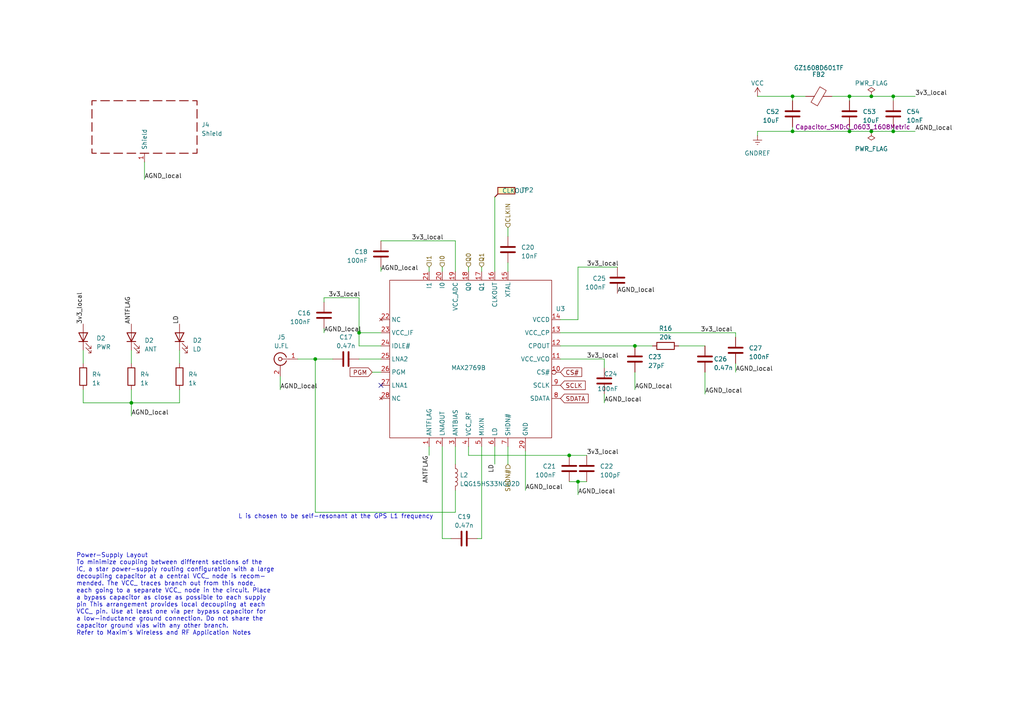
<source format=kicad_sch>
(kicad_sch (version 20250114) (generator "eeschema") (generator_version "9.0")
  (paper "A4")
  (lib_symbols
    (symbol "Connector:Conn_Coaxial" (pin_names (offset 1.016) (hide yes))
      (property "Reference" "J" (at 0.254 3.048 0))
      (property "Value" "Conn_Coaxial" (at 2.921 0 90))
      (symbol "Conn_Coaxial_0_1"
        (polyline (pts (xy -2.54 0) (xy -0.508 0)))
        (arc (start 1.778 0) (mid 0.222 -1.8079) (end -1.778 -0.508) (stroke (width 0.254)))
        (arc (start -1.778 0.508) (mid 0.2221 1.8084) (end 1.778 0) (stroke (width 0.254)))
        (circle (center 0 0) (radius 0.508) (stroke (width 0.2032)))
        (polyline (pts (xy 0 -2.54) (xy 0 -1.778)))
      )
      (symbol "Conn_Coaxial_1_1"
        (pin passive line (at -5.08 0 0) (length 2.54) (name "In") (number "1"))
        (pin passive line (at 0 -5.08 90) (length 2.54) (name "Ext") (number "2"))
      )
    )
    (symbol "Connector:TestPoint_Flag" (pin_numbers (hide yes)) (pin_names (offset 0.762) (hide yes))
      (property "Reference" "TP" (at 3.429 1.778 0))
      (property "Value" "TestPoint_Flag" (at 3.302 4.191 0))
      (symbol "TestPoint_Flag_0_1"
        (polyline (pts (xy 0 0) (xy 0.889 0.889)) (stroke (width 0.254)))
        (rectangle (start 0.889 2.794) (end 5.842 0.889) (stroke (width 0.254)) (fill (type background)))
      )
      (symbol "TestPoint_Flag_1_1"
        (pin passive line (at 0 0 90) (length 0) (name "1") (number "1"))
      )
    )
    (symbol "Device:C" (pin_numbers (hide yes)) (pin_names (offset 0.254))
      (property "Reference" "C" (at 0.635 2.54 0))
      (property "Value" "C" (at 0.635 -2.54 0))
      (symbol "C_0_1"
        (polyline (pts (xy -2.032 0.762) (xy 2.032 0.762)) (stroke (width 0.508)))
        (polyline (pts (xy -2.032 -0.762) (xy 2.032 -0.762)) (stroke (width 0.508)))
      )
      (symbol "C_1_1"
        (pin passive line (at 0 3.81 270) (length 2.794) (name "~") (number "1"))
        (pin passive line (at 0 -3.81 90) (length 2.794) (name "~") (number "2"))
      )
    )
    (symbol "Device:FerriteBead" (pin_numbers (hide yes)) (pin_names (offset 0))
      (property "Reference" "FB" (at -3.81 0.635 90))
      (property "Value" "FerriteBead" (at 3.81 0 90))
      (symbol "FerriteBead_0_1"
        (polyline (pts (xy -2.7686 0.4064) (xy -1.7018 2.2606) (xy 2.7686 -0.3048) (xy 1.6764 -2.159) (xy -2.7686 0.4064)))
        (polyline (pts (xy 0 1.27) (xy 0 1.2954)))
        (polyline (pts (xy 0 -1.27) (xy 0 -1.2192)))
      )
      (symbol "FerriteBead_1_1"
        (pin passive line (at 0 3.81 270) (length 2.54) (name "~") (number "1"))
        (pin passive line (at 0 -3.81 90) (length 2.54) (name "~") (number "2"))
      )
    )
    (symbol "Device:L" (pin_numbers (hide yes)) (pin_names (offset 1.016) (hide yes))
      (property "Reference" "L" (at -1.27 0 90))
      (property "Value" "L" (at 1.905 0 90))
      (symbol "L_0_1"
        (arc (start 0 2.54) (mid 0.6323 1.905) (end 0 1.27))
        (arc (start 0 1.27) (mid 0.6323 0.635) (end 0 0))
        (arc (start 0 0) (mid 0.6323 -0.635) (end 0 -1.27))
        (arc (start 0 -1.27) (mid 0.6323 -1.905) (end 0 -2.54))
      )
      (symbol "L_1_1"
        (pin passive line (at 0 3.81 270) (length 1.27) (name "1") (number "1"))
        (pin passive line (at 0 -3.81 90) (length 1.27) (name "2") (number "2"))
      )
    )
    (symbol "Device:LED" (pin_numbers (hide yes)) (pin_names (offset 1.016) (hide yes))
      (property "Reference" "D" (at 0 2.54 0))
      (property "Value" "LED" (at 0 -2.54 0))
      (symbol "LED_0_1"
        (polyline (pts (xy -3.048 -0.762) (xy -4.572 -2.286) (xy -3.81 -2.286) (xy -4.572 -2.286) (xy -4.572 -1.524)))
        (polyline (pts (xy -1.778 -0.762) (xy -3.302 -2.286) (xy -2.54 -2.286) (xy -3.302 -2.286) (xy -3.302 -1.524)))
        (polyline (pts (xy -1.27 0) (xy 1.27 0)))
        (polyline (pts (xy -1.27 -1.27) (xy -1.27 1.27)) (stroke (width 0.254)))
        (polyline (pts (xy 1.27 -1.27) (xy 1.27 1.27) (xy -1.27 0) (xy 1.27 -1.27)) (stroke (width 0.254)))
      )
      (symbol "LED_1_1"
        (pin passive line (at -3.81 0 0) (length 2.54) (name "K") (number "1"))
        (pin passive line (at 3.81 0 180) (length 2.54) (name "A") (number "2"))
      )
    )
    (symbol "Device:R" (pin_numbers (hide yes)) (pin_names (offset 0))
      (property "Reference" "R" (at 2.032 0 90))
      (property "Value" "R" (at 0 0 90))
      (symbol "R_0_1"
        (rectangle (start -1.016 -2.54) (end 1.016 2.54) (stroke (width 0.254)))
      )
      (symbol "R_1_1"
        (pin passive line (at 0 3.81 270) (length 1.27) (name "~") (number "1"))
        (pin passive line (at 0 -3.81 90) (length 1.27) (name "~") (number "2"))
      )
    )
    (symbol "Device:RFShield_OnePiece" (pin_names (offset 1.016))
      (property "Reference" "J" (at 0 5.08 0))
      (property "Value" "RFShield_OnePiece" (at 0 2.54 0))
      (symbol "RFShield_OnePiece_0_1"
        (polyline (pts (xy -15.24 6.35) (xy -15.24 7.62) (xy -13.97 7.62)) (stroke (width 0.254)))
        (polyline (pts (xy -15.24 2.54) (xy -15.24 5.08)) (stroke (width 0.254)))
        (polyline (pts (xy -15.24 -1.27) (xy -15.24 1.27)) (stroke (width 0.254)))
        (polyline (pts (xy -15.24 -5.08) (xy -15.24 -2.54)) (stroke (width 0.254)))
        (polyline (pts (xy -13.97 -7.62) (xy -15.24 -7.62) (xy -15.24 -6.35)) (stroke (width 0.254)))
        (polyline (pts (xy -12.7 7.62) (xy -10.16 7.62)) (stroke (width 0.254)))
        (polyline (pts (xy -10.16 -7.62) (xy -12.7 -7.62)) (stroke (width 0.254)))
        (polyline (pts (xy -6.35 7.62) (xy -8.89 7.62)) (stroke (width 0.254)))
        (polyline (pts (xy -6.35 -7.62) (xy -8.89 -7.62)) (stroke (width 0.254)))
        (polyline (pts (xy -2.54 7.62) (xy -5.08 7.62)) (stroke (width 0.254)))
        (polyline (pts (xy -2.54 -7.62) (xy -5.08 -7.62)) (stroke (width 0.254)))
        (polyline (pts (xy -1.27 -7.62) (xy 1.27 -7.62)) (stroke (width 0.254)))
        (polyline (pts (xy 1.27 7.62) (xy -1.27 7.62)) (stroke (width 0.254)))
        (polyline (pts (xy 2.54 -7.62) (xy 5.08 -7.62)) (stroke (width 0.254)))
        (polyline (pts (xy 5.08 7.62) (xy 2.54 7.62)) (stroke (width 0.254)))
        (polyline (pts (xy 6.35 -7.62) (xy 8.89 -7.62)) (stroke (width 0.254)))
        (polyline (pts (xy 8.89 7.62) (xy 6.35 7.62)) (stroke (width 0.254)))
        (polyline (pts (xy 10.16 -7.62) (xy 12.7 -7.62)) (stroke (width 0.254)))
        (polyline (pts (xy 12.7 7.62) (xy 10.16 7.62)) (stroke (width 0.254)))
        (polyline (pts (xy 13.97 -7.62) (xy 15.24 -7.62) (xy 15.24 -6.35)) (stroke (width 0.254)))
        (polyline (pts (xy 15.24 6.35) (xy 15.24 7.62) (xy 13.97 7.62)) (stroke (width 0.254)))
        (polyline (pts (xy 15.24 2.54) (xy 15.24 5.08)) (stroke (width 0.254)))
        (polyline (pts (xy 15.24 -1.27) (xy 15.24 1.27)) (stroke (width 0.254)))
        (polyline (pts (xy 15.24 -5.08) (xy 15.24 -2.54)) (stroke (width 0.254)))
      )
      (symbol "RFShield_OnePiece_1_1"
        (pin passive line (at 0 -10.16 90) (length 2.54) (name "Shield") (number "1"))
      )
    )
    (symbol "power:GNDREF" (power) (pin_numbers (hide yes)) (pin_names (offset 0) (hide yes))
      (property "Value" "GNDREF" (at 0 -3.81 0))
      (symbol "GNDREF_0_1"
        (polyline (pts (xy -0.635 -1.905) (xy 0.635 -1.905)))
        (polyline (pts (xy -0.127 -2.54) (xy 0.127 -2.54)))
        (polyline (pts (xy 0 -1.27) (xy 0 0)))
        (polyline (pts (xy 1.27 -1.27) (xy -1.27 -1.27)))
      )
      (symbol "GNDREF_1_1"
        (pin power_in line (at 0 0 270) (length 0) (name "~") (number "1"))
      )
    )
    (symbol "power:PWR_FLAG" (power) (pin_numbers (hide yes)) (pin_names (offset 0) (hide yes))
      (property "Value" "PWR_FLAG" (at 0 3.81 0))
      (symbol "PWR_FLAG_0_0"
        (pin power_out line (at 0 0 90) (length 0) (name "~") (number "1"))
      )
      (symbol "PWR_FLAG_0_1"
        (polyline (pts (xy 0 0) (xy 0 1.27) (xy -1.016 1.905) (xy 0 2.54) (xy 1.016 1.905) (xy 0 1.27)))
      )
    )
    (symbol "power:VCC" (power) (pin_numbers (hide yes)) (pin_names (offset 0) (hide yes))
      (property "Value" "VCC" (at 0 3.556 0))
      (symbol "VCC_0_1"
        (polyline (pts (xy -0.762 1.27) (xy 0 2.54)))
        (polyline (pts (xy 0 2.54) (xy 0.762 1.27)))
        (polyline (pts (xy 0 0) (xy 0 2.54)))
      )
      (symbol "VCC_1_1"
        (pin power_in line (at 0 0 90) (length 0) (name "~") (number "1"))
      )
    )
    (symbol "tart:Max2769BETI"
      (property "Reference" "U" (at 0 0 0))
      (property "Value" "Max2769BETI" (at 26.67 -39.37 0))
      (symbol "Max2769BETI_0_0"
        (pin no_connect line (at -25.4 11.43 0) (length 2.54) (name "NC") (number "22"))
        (pin power_in line (at -25.4 7.62 0) (length 2.54) (name "VCC_IF") (number "23"))
        (pin input line (at -25.4 3.81 0) (length 2.54) (name "IDLE#") (number "24"))
        (pin input line (at -25.4 0 0) (length 2.54) (name "LNA2") (number "25"))
        (pin input line (at -25.4 -3.81 0) (length 2.54) (name "PGM") (number "26"))
        (pin input line (at -25.4 -7.62 0) (length 2.54) (name "LNA1") (number "27"))
        (pin no_connect line (at -25.4 -11.43 0) (length 2.54) (name "NC") (number "28"))
        (pin output line (at -11.43 25.4 270) (length 2.54) (name "I1") (number "21"))
        (pin output line (at -7.62 25.4 270) (length 2.54) (name "I0") (number "20"))
        (pin output line (at 0 25.4 270) (length 2.54) (name "Q0") (number "18"))
        (pin output line (at 3.81 25.4 270) (length 2.54) (name "Q1") (number "17"))
        (pin output line (at 7.62 25.4 270) (length 2.54) (name "CLKOUT") (number "16"))
        (pin input line (at 11.43 25.4 270) (length 2.54) (name "XTAL") (number "15"))
        (pin power_in line (at 26.67 11.43 180) (length 2.54) (name "VCCD") (number "14"))
        (pin power_in line (at 26.67 7.62 180) (length 2.54) (name "VCC_CP") (number "13"))
        (pin output line (at 26.67 3.81 180) (length 2.54) (name "CPOUT") (number "12"))
        (pin power_in line (at 26.67 0 180) (length 2.54) (name "VCC_VCO") (number "11"))
        (pin input line (at 26.67 -7.62 180) (length 2.54) (name "SCLK") (number "9"))
      )
      (symbol "Max2769BETI_0_1"
        (rectangle (start -22.86 22.86) (end 24.13 -22.86))
      )
      (symbol "Max2769BETI_1_0"
        (pin output line (at -11.43 -25.4 90) (length 2.54) (name "ANTFLAG") (number "1"))
        (pin output line (at -7.62 -25.4 90) (length 2.54) (name "LNAOUT") (number "2"))
        (pin power_in line (at -3.81 25.4 270) (length 2.54) (name "VCC_ADC") (number "19"))
        (pin output line (at -3.81 -25.4 90) (length 2.54) (name "ANTBIAS") (number "3"))
        (pin power_in line (at 0 -25.4 90) (length 2.54) (name "VCC_RF") (number "4"))
        (pin input line (at 3.81 -25.4 90) (length 2.54) (name "MIXIN") (number "5"))
        (pin output line (at 7.62 -25.4 90) (length 2.54) (name "LD") (number "6"))
        (pin input line (at 11.43 -25.4 90) (length 2.54) (name "SHDN#") (number "7"))
        (pin input inverted (at 26.67 -3.81 180) (length 2.54) (name "CS#") (number "10"))
        (pin input line (at 26.67 -11.43 180) (length 2.54) (name "SDATA") (number "8"))
      )
      (symbol "Max2769BETI_1_1"
        (pin power_in line (at 16.51 -26.67 90) (length 3.81) (name "GND") (number "29"))
      )
    )
  )
  (text "L is chosen to be self-resonant at the GPS L1 frequency" (at 69.088 150.622 0) (effects (font (size 1.27 1.27)) (justify left bottom)))
  (text "Power-Supply Layout\nTo minimize coupling between different sections of the\nIC, a star power-supply routing configuration with a large\ndecoupling capacitor at a central VCC_ node is recom-\nmended. The VCC_ traces branch out from this node,\neach going to a separate VCC_ node in the circuit. Place\na bypass capacitor as close as possible to each supply\npin This arrangement provides local decoupling at each\nVCC_ pin. Use at least one via per bypass capacitor for\na low-inductance ground connection. Do not share the\ncapacitor ground vias with any other branch.\nRefer to Maxim's Wireless and RF Application Notes\n" (at 22.098 184.404 0) (effects (font (size 1.27 1.27)) (justify left bottom)))
  (junction (at 167.64 139.7))
  (junction (at 259.08 27.94))
  (junction (at 229.87 38.1))
  (junction (at 259.08 38.1))
  (junction (at 184.15 100.33))
  (junction (at 165.1 132.08))
  (junction (at 246.38 38.1))
  (junction (at 104.14 96.52))
  (junction (at 91.44 104.14))
  (junction (at 246.38 27.94))
  (junction (at 252.73 38.1))
  (junction (at 252.73 27.94))
  (junction (at 229.87 27.94))
  (junction (at 38.1 116.84))
  (no_connect (at 110.49 111.76))
  (wire (pts (xy 104.14 104.14) (xy 110.49 104.14)))
  (wire (pts (xy 139.7 156.21) (xy 138.43 156.21)))
  (wire (pts (xy 241.3 27.94) (xy 246.38 27.94)))
  (wire (pts (xy 167.64 77.47) (xy 179.07 77.47)))
  (wire (pts (xy 213.36 97.79) (xy 213.36 96.52)))
  (wire (pts (xy 132.08 148.59) (xy 91.44 148.59)))
  (wire (pts (xy 24.13 116.84) (xy 38.1 116.84)))
  (wire (pts (xy 175.26 114.3) (xy 175.26 116.84)))
  (wire (pts (xy 147.32 129.54) (xy 147.32 134.62)))
  (wire (pts (xy 246.38 38.1) (xy 246.38 36.83)))
  (wire (pts (xy 204.47 114.3) (xy 204.47 107.95)))
  (wire (pts (xy 135.89 132.08) (xy 165.1 132.08)))
  (wire (pts (xy 167.64 143.51) (xy 167.64 139.7)))
  (wire (pts (xy 175.26 104.14) (xy 175.26 106.68)))
  (wire (pts (xy 110.49 69.85) (xy 132.08 69.85)))
  (wire (pts (xy 219.71 38.1) (xy 229.87 38.1)))
  (wire (pts (xy 167.64 139.7) (xy 170.18 139.7)))
  (wire (pts (xy 213.36 107.95) (xy 213.36 105.41)))
  (wire (pts (xy 81.28 113.03) (xy 81.28 109.22)))
  (wire (pts (xy 147.32 68.58) (xy 147.32 66.04)))
  (wire (pts (xy 259.08 38.1) (xy 265.43 38.1)))
  (wire (pts (xy 143.51 129.54) (xy 143.51 134.62)))
  (wire (pts (xy 229.87 27.94) (xy 233.68 27.94)))
  (wire (pts (xy 38.1 116.84) (xy 38.1 120.65)))
  (wire (pts (xy 93.98 86.36) (xy 104.14 86.36)))
  (wire (pts (xy 252.73 38.1) (xy 259.08 38.1)))
  (wire (pts (xy 229.87 27.94) (xy 229.87 29.21)))
  (wire (pts (xy 132.08 69.85) (xy 132.08 78.74)))
  (wire (pts (xy 147.32 76.2) (xy 147.32 78.74)))
  (wire (pts (xy 52.07 101.6) (xy 52.07 105.41)))
  (wire (pts (xy 110.49 100.33) (xy 104.14 100.33)))
  (wire (pts (xy 38.1 113.03) (xy 38.1 116.84)))
  (wire (pts (xy 91.44 104.14) (xy 96.52 104.14)))
  (wire (pts (xy 38.1 101.6) (xy 38.1 105.41)))
  (wire (pts (xy 104.14 100.33) (xy 104.14 96.52)))
  (wire (pts (xy 162.56 100.33) (xy 184.15 100.33)))
  (wire (pts (xy 132.08 129.54) (xy 132.08 134.62)))
  (wire (pts (xy 162.56 92.71) (xy 167.64 92.71)))
  (wire (pts (xy 135.89 77.47) (xy 135.89 78.74)))
  (wire (pts (xy 259.08 38.1) (xy 259.08 36.83)))
  (wire (pts (xy 52.07 116.84) (xy 38.1 116.84)))
  (wire (pts (xy 124.46 77.47) (xy 124.46 78.74)))
  (wire (pts (xy 229.87 38.1) (xy 229.87 36.83)))
  (wire (pts (xy 184.15 100.33) (xy 189.23 100.33)))
  (wire (pts (xy 128.27 77.47) (xy 128.27 78.74)))
  (wire (pts (xy 52.07 113.03) (xy 52.07 116.84)))
  (wire (pts (xy 104.14 86.36) (xy 104.14 96.52)))
  (wire (pts (xy 110.49 96.52) (xy 104.14 96.52)))
  (wire (pts (xy 165.1 132.08) (xy 170.18 132.08)))
  (wire (pts (xy 91.44 104.14) (xy 91.44 148.59)))
  (wire (pts (xy 196.85 100.33) (xy 204.47 100.33)))
  (wire (pts (xy 86.36 104.14) (xy 91.44 104.14)))
  (wire (pts (xy 259.08 27.94) (xy 265.43 27.94)))
  (wire (pts (xy 124.46 129.54) (xy 124.46 132.08)))
  (wire (pts (xy 259.08 29.21) (xy 259.08 27.94)))
  (wire (pts (xy 152.4 130.81) (xy 152.4 142.24)))
  (wire (pts (xy 162.56 96.52) (xy 213.36 96.52)))
  (wire (pts (xy 110.49 78.74) (xy 110.49 77.47)))
  (wire (pts (xy 24.13 113.03) (xy 24.13 116.84)))
  (wire (pts (xy 132.08 142.24) (xy 132.08 148.59)))
  (wire (pts (xy 130.81 156.21) (xy 128.27 156.21)))
  (wire (pts (xy 219.71 27.94) (xy 229.87 27.94)))
  (wire (pts (xy 162.56 104.14) (xy 175.26 104.14)))
  (wire (pts (xy 167.64 92.71) (xy 167.64 77.47)))
  (wire (pts (xy 139.7 129.54) (xy 139.7 156.21)))
  (wire (pts (xy 93.98 96.52) (xy 93.98 95.25)))
  (wire (pts (xy 246.38 27.94) (xy 246.38 29.21)))
  (wire (pts (xy 41.91 52.07) (xy 41.91 46.99)))
  (wire (pts (xy 135.89 129.54) (xy 135.89 132.08)))
  (wire (pts (xy 165.1 139.7) (xy 167.64 139.7)))
  (wire (pts (xy 139.7 77.47) (xy 139.7 78.74)))
  (wire (pts (xy 24.13 101.6) (xy 24.13 105.41)))
  (wire (pts (xy 107.95 107.95) (xy 110.49 107.95)))
  (wire (pts (xy 93.98 87.63) (xy 93.98 86.36)))
  (wire (pts (xy 229.87 38.1) (xy 246.38 38.1)))
  (wire (pts (xy 252.73 27.94) (xy 246.38 27.94)))
  (wire (pts (xy 128.27 156.21) (xy 128.27 129.54)))
  (wire (pts (xy 184.15 113.03) (xy 184.15 107.95)))
  (wire (pts (xy 246.38 38.1) (xy 252.73 38.1)))
  (wire (pts (xy 219.71 39.37) (xy 219.71 38.1)))
  (wire (pts (xy 259.08 27.94) (xy 252.73 27.94)))
  (wire (pts (xy 143.51 57.15) (xy 143.51 78.74)))
  (label "LD" (at 143.51 134.62 270))
  (label "3v3_local" (at 170.18 132.08 0))
  (label "AGND_local" (at 41.91 52.07 0))
  (label "3v3_local" (at 203.2 96.52 0))
  (label "LD" (at 52.07 93.98 90))
  (label "3v3_local" (at 170.18 104.14 0))
  (label "AGND_local" (at 184.15 113.03 0))
  (label "AGND_local" (at 93.98 96.52 0))
  (label "ANTFLAG" (at 38.1 93.98 90))
  (label "AGND_local" (at 110.49 78.74 0))
  (label "ANTFLAG" (at 124.46 132.08 270))
  (label "AGND_local" (at 204.47 114.3 0))
  (label "AGND_local" (at 179.07 85.09 0))
  (label "3v3_local" (at 170.18 77.47 0))
  (label "AGND_local" (at 38.1 120.65 0))
  (label "3v3_local" (at 265.43 27.94 0))
  (label "3v3_local" (at 95.25 86.36 0))
  (label "AGND_local" (at 175.26 116.84 0))
  (label "AGND_local" (at 152.4 142.24 0))
  (label "AGND_local" (at 213.36 107.95 0))
  (label "AGND_local" (at 81.28 113.03 0))
  (label "3v3_local" (at 119.38 69.85 0))
  (label "AGND_local" (at 265.43 38.1 0))
  (label "AGND_local" (at 167.64 143.51 0))
  (label "3v3_local" (at 24.13 93.98 90))
  (global_label "SDATA" (shape input) (at 162.56 115.57 0) (property "Intersheetrefs" "${INTERSHEET_REFS}" (effects (hide yes))))
  (global_label "PGM" (shape input) (at 107.95 107.95 180) (property "Intersheetrefs" "${INTERSHEET_REFS}" (effects (hide yes))))
  (global_label "SCLK" (shape input) (at 162.56 111.76 0) (property "Intersheetrefs" "${INTERSHEET_REFS}" (effects (hide yes))))
  (global_label "CS#" (shape input) (at 162.56 107.95 0) (property "Intersheetrefs" "${INTERSHEET_REFS}" (effects (hide yes))))
  (hierarchical_label "I1" (shape input) (at 124.46 77.47 90))
  (hierarchical_label "Q0" (shape input) (at 135.89 77.47 90))
  (hierarchical_label "SHDN#" (shape input) (at 147.32 134.62 270))
  (hierarchical_label "CLKIN" (shape input) (at 147.32 66.04 90))
  (hierarchical_label "Q1" (shape input) (at 139.7 77.47 90))
  (hierarchical_label "I0" (shape input) (at 128.27 77.47 90))
  (symbol (lib_id "Connector:Conn_Coaxial") (at 81.28 104.14 0) (mirror y) (unit 1)
    (property "Reference" "J2" (at 81.5974 97.79 0))
    (property "Value" "U.FL" (at 81.5974 100.33 0))
    (property "Footprint" "Connector_Coaxial:U.FL_Hirose_U.FL-R-SMT-1_Vertical" (effects (hide yes)))
    (property "Description" "coaxial connector (BNC, SMA, SMB, SMC, Cinch/RCA, LEMO, ...)" (effects (hide yes)))
    (property "LCSC" "C88374" (effects (hide yes)))
    (instances (project "design" (path "" (reference "J5") (unit 1)) (path "" (reference "J2") (unit 1)) (path "" (reference "J7") (unit 1)) (path "" (reference "J9") (unit 1))))
  )
  (symbol (lib_id "Device:R") (at 193.04 100.33 90) (unit 1)
    (property "Reference" "R1" (at 193.04 95.25 90))
    (property "Value" "20k" (at 193.04 97.79 90))
    (property "Footprint" "Resistor_SMD:R_0402_1005Metric" (effects (hide yes)))
    (property "Description" "Resistor" (effects (hide yes)))
    (property "LCSC" "C25765" (effects (hide yes)))
    (instances (project "design" (path "" (reference "R16") (unit 1)) (path "" (reference "R1") (unit 1)) (path "" (reference "R20") (unit 1)) (path "" (reference "R24") (unit 1))))
  )
  (symbol (lib_id "Device:C") (at 110.49 73.66 0) (mirror y) (unit 1)
    (property "Reference" "C3" (at 106.68 73.025 0) (effects (justify left)))
    (property "Value" "100nF" (at 106.68 75.565 0) (effects (justify left)))
    (property "Footprint" "Capacitor_SMD:C_0402_1005Metric" (effects (hide yes)))
    (property "Description" "Unpolarized capacitor" (effects (hide yes)))
    (property "LCSC" "C1525" (effects (hide yes)))
    (instances (project "design" (path "" (reference "C18") (unit 1)) (path "" (reference "C3") (unit 1)) (path "" (reference "C30") (unit 1)) (path "" (reference "C42") (unit 1))))
  )
  (symbol (lib_id "Device:R") (at 24.13 109.22 0) (unit 1)
    (property "Reference" "R10" (at 26.67 108.585 0) (effects (justify left)))
    (property "Value" "1k" (at 26.67 111.125 0) (effects (justify left)))
    (property "Footprint" "Resistor_SMD:R_0402_1005Metric" (effects (hide yes)))
    (property "Description" "Resistor" (effects (hide yes)))
    (property "LCSC" "C11702" (effects (hide yes)))
    (instances (project "attorv" (path "" (reference "R4") (unit 1))) (project "batomatic" (path "" (reference "R5") (unit 1))) (project "design" (path "" (reference "R13") (unit 1)) (path "" (reference "R10") (unit 1)) (path "" (reference "R17") (unit 1)) (path "" (reference "R21") (unit 1))) (project "baseboard" (path "" (reference "R4") (unit 1))))
  )
  (symbol (lib_id "Device:R") (at 38.1 109.22 0) (unit 1)
    (property "Reference" "R11" (at 40.64 108.585 0) (effects (justify left)))
    (property "Value" "1k" (at 40.64 111.125 0) (effects (justify left)))
    (property "Footprint" "Resistor_SMD:R_0402_1005Metric" (effects (hide yes)))
    (property "Description" "Resistor" (effects (hide yes)))
    (property "LCSC" "C11702" (effects (hide yes)))
    (instances (project "attorv" (path "" (reference "R4") (unit 1))) (project "batomatic" (path "" (reference "R5") (unit 1))) (project "design" (path "" (reference "R14") (unit 1)) (path "" (reference "R11") (unit 1)) (path "" (reference "R18") (unit 1)) (path "" (reference "R22") (unit 1))) (project "baseboard" (path "" (reference "R4") (unit 1))))
  )
  (symbol (lib_id "power:PWR_FLAG") (at 252.73 27.94 0) (unit 1)
    (property "Reference" "#FLG03" (effects (hide yes)))
    (property "Value" "PWR_FLAG" (at 252.73 24.13 0))
    (property "Description" "Special symbol for telling ERC where power comes from" (effects (hide yes)))
    (instances (project "design" (path "" (reference "#FLG07") (unit 1)) (path "" (reference "#FLG03") (unit 1)) (path "" (reference "#FLG011") (unit 1)) (path "" (reference "#FLG015") (unit 1))))
  )
  (symbol (lib_id "Device:L") (at 132.08 138.43 0) (unit 1)
    (property "Reference" "L1" (at 133.35 137.795 0) (effects (justify left)))
    (property "Value" "LQG15HS33NG02D" (at 133.35 140.335 0) (effects (justify left)))
    (property "Footprint" "Inductor_SMD:L_0402_1005Metric" (effects (hide yes)))
    (property "Description" "Self Resonant at L1 LQG15HS33NG02D" (effects (hide yes)))
    (property "LCSC" "C3910755" (effects (hide yes)))
    (instances (project "design" (path "" (reference "L2") (unit 1)) (path "" (reference "L1") (unit 1)) (path "" (reference "L3") (unit 1)) (path "" (reference "L4") (unit 1))))
  )
  (symbol (lib_id "Device:C") (at 93.98 91.44 0) (mirror y) (unit 1)
    (property "Reference" "C1" (at 90.17 90.805 0) (effects (justify left)))
    (property "Value" "100nF" (at 90.17 93.345 0) (effects (justify left)))
    (property "Footprint" "Capacitor_SMD:C_0402_1005Metric" (effects (hide yes)))
    (property "Description" "Unpolarized capacitor" (effects (hide yes)))
    (property "LCSC" "C1525" (effects (hide yes)))
    (instances (project "design" (path "" (reference "C16") (unit 1)) (path "" (reference "C1") (unit 1)) (path "" (reference "C28") (unit 1)) (path "" (reference "C40") (unit 1))))
  )
  (symbol (lib_id "Device:LED") (at 24.13 97.79 90) (unit 1)
    (property "Reference" "D1" (at 27.94 98.1074 90) (effects (justify right)))
    (property "Value" "PWR" (at 27.94 100.6474 90) (effects (justify right)))
    (property "Footprint" "Diode_SMD:D_0603_1608Metric" (effects (hide yes)))
    (property "Description" "Light emitting diode" (effects (hide yes)))
    (property "LCSC" "C2286" (effects (hide yes)))
    (instances (project "attorv" (path "" (reference "D2") (unit 1))) (project "batomatic" (path "" (reference "D3") (unit 1))) (project "design" (path "" (reference "D4") (unit 1)) (path "" (reference "D1") (unit 1)) (path "" (reference "D7") (unit 1)) (path "" (reference "D10") (unit 1))) (project "baseboard" (path "" (reference "D2") (unit 1))))
  )
  (symbol (lib_id "Device:C") (at 147.32 72.39 0) (unit 1)
    (property "Reference" "C5" (at 151.13 71.755 0) (effects (justify left)))
    (property "Value" "10nF" (at 151.13 74.295 0) (effects (justify left)))
    (property "Footprint" "Capacitor_SMD:C_0402_1005Metric" (effects (hide yes)))
    (property "Description" "Unpolarized capacitor" (effects (hide yes)))
    (property "LCSC" "C15195" (effects (hide yes)))
    (instances (project "design" (path "" (reference "C20") (unit 1)) (path "" (reference "C5") (unit 1)) (path "" (reference "C32") (unit 1)) (path "" (reference "C44") (unit 1))))
  )
  (symbol (lib_id "Device:C") (at 229.87 33.02 0) (mirror y) (unit 1)
    (property "Reference" "C6" (at 226.06 32.385 0) (effects (justify left)))
    (property "Value" "10uF" (at 226.06 34.925 0) (effects (justify left)))
    (property "Footprint" "Capacitor_SMD:C_0603_1608Metric" (effects (hide yes)))
    (property "Description" "Unpolarized capacitor" (effects (hide yes)))
    (property "LCSC" "C19702" (effects (hide yes)))
    (instances (project "design" (path "" (reference "C52") (unit 1)) (path "" (reference "C6") (unit 1)) (path "" (reference "C55") (unit 1)) (path "" (reference "C58") (unit 1))))
  )
  (symbol (lib_id "Device:C") (at 175.26 110.49 0) (mirror y) (unit 1)
    (property "Reference" "C12" (at 179.07 108.458 0) (effects (justify left)))
    (property "Value" "100nF" (at 179.324 112.776 0) (effects (justify left)))
    (property "Footprint" "Capacitor_SMD:C_0402_1005Metric" (effects (hide yes)))
    (property "Description" "Unpolarized capacitor" (effects (hide yes)))
    (property "LCSC" "C1525" (effects (hide yes)))
    (instances (project "design" (path "" (reference "C24") (unit 1)) (path "" (reference "C12") (unit 1)) (path "" (reference "C36") (unit 1)) (path "" (reference "C48") (unit 1))))
  )
  (symbol (lib_id "Device:LED") (at 38.1 97.79 90) (unit 1)
    (property "Reference" "D2" (at 41.91 98.7425 90) (effects (justify right)))
    (property "Value" "ANT" (at 41.91 101.2825 90) (effects (justify right)))
    (property "Footprint" "Diode_SMD:D_0603_1608Metric" (effects (hide yes)))
    (property "Description" "Light emitting diode" (effects (hide yes)))
    (property "LCSC" "C72038" (effects (hide yes)))
    (instances (project "attorv" (path "" (reference "D2") (unit 1))) (project "batomatic" (path "" (reference "D3") (unit 1))) (project "design" (path "" (reference "D5") (unit 1)) (path "" (reference "D2") (unit 1)) (path "" (reference "D8") (unit 1)) (path "" (reference "D11") (unit 1))) (project "baseboard" (path "" (reference "D2") (unit 1))))
  )
  (symbol (lib_id "Device:C") (at 134.62 156.21 270) (unit 1)
    (property "Reference" "C4" (at 134.62 149.86 90))
    (property "Value" "0.47n" (at 134.62 152.4 90))
    (property "Footprint" "Capacitor_SMD:C_0402_1005Metric" (effects (hide yes)))
    (property "Description" "Unpolarized capacitor" (effects (hide yes)))
    (property "LCSC" "C307449" (effects (hide yes)))
    (instances (project "design" (path "" (reference "C19") (unit 1)) (path "" (reference "C4") (unit 1)) (path "" (reference "C31") (unit 1)) (path "" (reference "C43") (unit 1))))
  )
  (symbol (lib_id "Device:C") (at 100.33 104.14 270) (unit 1)
    (property "Reference" "C2" (at 100.33 97.79 90))
    (property "Value" "0.47n" (at 100.33 100.33 90))
    (property "Footprint" "Capacitor_SMD:C_0402_1005Metric" (effects (hide yes)))
    (property "Description" "Unpolarized capacitor" (effects (hide yes)))
    (property "LCSC" "C307449" (effects (hide yes)))
    (instances (project "design" (path "" (reference "C17") (unit 1)) (path "" (reference "C2") (unit 1)) (path "" (reference "C29") (unit 1)) (path "" (reference "C41") (unit 1))))
  )
  (symbol (lib_id "Device:RFShield_OnePiece") (at 41.91 36.83 0) (unit 1)
    (property "Reference" "J3" (at 58.42 36.195 0) (effects (justify left)))
    (property "Value" "Shield" (at 58.42 38.735 0) (effects (justify left)))
    (property "Footprint" "RF_Shielding:Laird_Technologies_BMI-S-101_13.66x12.70mm" (effects (hide yes)))
    (property "Description" "One-piece EMI RF shielding cabinet" (effects (hide yes)))
    (property "LCSC" "C7469751" (effects (hide yes)))
    (property "NOTE" "Using TE Connectivity MFR.Part # 2118706-2" (effects (hide yes)))
    (instances (project "design" (path "" (reference "J4") (unit 1)) (path "" (reference "J3") (unit 1)) (path "" (reference "J6") (unit 1)) (path "" (reference "J8") (unit 1))))
  )
  (symbol (lib_id "Device:C") (at 165.1 135.89 0) (mirror y) (unit 1)
    (property "Reference" "C9" (at 161.29 135.255 0) (effects (justify left)))
    (property "Value" "100nF" (at 161.29 137.795 0) (effects (justify left)))
    (property "Footprint" "Capacitor_SMD:C_0402_1005Metric" (effects (hide yes)))
    (property "Description" "Unpolarized capacitor" (effects (hide yes)))
    (property "LCSC" "C1525" (effects (hide yes)))
    (instances (project "design" (path "" (reference "C21") (unit 1)) (path "" (reference "C9") (unit 1)) (path "" (reference "C33") (unit 1)) (path "" (reference "C45") (unit 1))))
  )
  (symbol (lib_id "tart:Max2769BETI") (at 135.89 104.14 0) (unit 1)
    (property "Reference" "U1" (at 162.56 89.5603 0))
    (property "Value" "MAX2769B" (at 135.89 106.68 0))
    (property "Footprint" "Package_DFN_QFN:TQFN-28-1EP_5x5mm_P0.5mm_EP3.25x3.25mm_ThermalVias" (effects (hide yes)))
    (property "LCSC" "C118482" (effects (hide yes)))
    (instances (project "design" (path "" (reference "U3") (unit 1)) (path "" (reference "U1") (unit 1)) (path "" (reference "U4") (unit 1)) (path "" (reference "U5") (unit 1))))
  )
  (symbol (lib_id "Device:C") (at 213.36 101.6 0) (unit 1)
    (property "Reference" "C15" (at 217.17 100.965 0) (effects (justify left)))
    (property "Value" "100nF" (at 217.17 103.505 0) (effects (justify left)))
    (property "Footprint" "Capacitor_SMD:C_0402_1005Metric" (effects (hide yes)))
    (property "Description" "Unpolarized capacitor" (effects (hide yes)))
    (property "LCSC" "C1525" (effects (hide yes)))
    (instances (project "design" (path "" (reference "C27") (unit 1)) (path "" (reference "C15") (unit 1)) (path "" (reference "C39") (unit 1)) (path "" (reference "C51") (unit 1))))
  )
  (symbol (lib_id "power:VCC") (at 219.71 27.94 0) (unit 1)
    (property "Reference" "#PWR03" (effects (hide yes)))
    (property "Value" "VCC" (at 219.71 24.13 0))
    (property "Description" "Power symbol creates a global label with name \"VCC\"" (effects (hide yes)))
    (instances (project "design" (path "" (reference "#PWR085") (unit 1)) (path "" (reference "#PWR03") (unit 1)) (path "" (reference "#PWR089") (unit 1)) (path "" (reference "#PWR093") (unit 1))))
  )
  (symbol (lib_id "Device:FerriteBead") (at 237.49 27.94 90) (unit 1)
    (property "Reference" "FB1" (at 237.4392 21.59 90))
    (property "Value" "GZ1608D601TF" (at 237.49 19.685 90))
    (property "Footprint" "Inductor_SMD:L_0603_1608Metric" (effects (hide yes)))
    (property "Description" "Ferrite bead" (effects (hide yes)))
    (property "LCSC" "C1002" (effects (hide yes)))
    (instances (project "design" (path "" (reference "FB2") (unit 1)) (path "" (reference "FB1") (unit 1)) (path "" (reference "FB3") (unit 1)) (path "" (reference "FB4") (unit 1))))
  )
  (symbol (lib_id "Device:C") (at 184.15 104.14 180) (unit 1)
    (property "Reference" "C11" (at 187.96 103.505 0) (effects (justify right)))
    (property "Value" "27pF" (at 187.96 106.045 0) (effects (justify right)))
    (property "Footprint" "Capacitor_SMD:C_0402_1005Metric" (effects (hide yes)))
    (property "Description" "Unpolarized capacitor" (effects (hide yes)))
    (property "LCSC" "C1557" (effects (hide yes)))
    (instances (project "design" (path "" (reference "C23") (unit 1)) (path "" (reference "C11") (unit 1)) (path "" (reference "C35") (unit 1)) (path "" (reference "C47") (unit 1))))
  )
  (symbol (lib_id "Device:C") (at 170.18 135.89 0) (unit 1)
    (property "Reference" "C10" (at 173.99 135.255 0) (effects (justify left)))
    (property "Value" "100pF" (at 173.99 137.795 0) (effects (justify left)))
    (property "Footprint" "Capacitor_SMD:C_0402_1005Metric" (effects (hide yes)))
    (property "Description" "Unpolarized capacitor" (effects (hide yes)))
    (property "LCSC" "C1546" (effects (hide yes)))
    (instances (project "design" (path "" (reference "C22") (unit 1)) (path "" (reference "C10") (unit 1)) (path "" (reference "C34") (unit 1)) (path "" (reference "C46") (unit 1))))
  )
  (symbol (lib_id "power:PWR_FLAG") (at 252.73 38.1 180) (unit 1)
    (property "Reference" "#FLG04" (effects (hide yes)))
    (property "Value" "PWR_FLAG" (at 252.73 43.18 0))
    (property "Description" "Special symbol for telling ERC where power comes from" (effects (hide yes)))
    (instances (project "design" (path "" (reference "#FLG08") (unit 1)) (path "" (reference "#FLG04") (unit 1)) (path "" (reference "#FLG012") (unit 1)) (path "" (reference "#FLG016") (unit 1))))
  )
  (symbol (lib_id "Device:C") (at 204.47 104.14 0) (unit 1)
    (property "Reference" "C14" (at 207.01 104.14 0) (effects (justify left)))
    (property "Value" "0.47n" (at 207.01 106.68 0) (effects (justify left)))
    (property "Footprint" "Capacitor_SMD:C_0402_1005Metric" (effects (hide yes)))
    (property "Description" "Unpolarized capacitor" (effects (hide yes)))
    (property "LCSC" "C307449" (effects (hide yes)))
    (instances (project "design" (path "" (reference "C26") (unit 1)) (path "" (reference "C14") (unit 1)) (path "" (reference "C38") (unit 1)) (path "" (reference "C50") (unit 1))))
  )
  (symbol (lib_id "Device:C") (at 246.38 33.02 0) (unit 1)
    (property "Reference" "C7" (at 250.19 32.385 0) (effects (justify left)))
    (property "Value" "10uF" (at 250.19 34.925 0) (effects (justify left)))
    (property "Footprint" "Capacitor_SMD:C_0603_1608Metric" (at 247.3452 36.83 0))
    (property "Description" "Unpolarized capacitor" (effects (hide yes)))
    (property "LCSC" "C19702" (effects (hide yes)))
    (instances (project "design" (path "" (reference "C53") (unit 1)) (path "" (reference "C7") (unit 1)) (path "" (reference "C56") (unit 1)) (path "" (reference "C59") (unit 1))))
  )
  (symbol (lib_id "Connector:TestPoint_Flag") (at 143.51 57.15 0) (unit 1) (in_bom no)
    (property "Reference" "TP1" (at 151.13 55.118 0) (effects (justify left)))
    (property "Value" "CLKOUT" (at 145.6293 55.3223 0) (effects (justify left)))
    (property "Footprint" "TestPoint:TestPoint_THTPad_D1.0mm_Drill0.5mm" (effects (hide yes)))
    (property "Description" "test point (alternative flag-style design)" (effects (hide yes)))
    (instances (project "attorv" (path "" (reference "TP2") (unit 1))) (project "design" (path "" (reference "TP3") (unit 1)) (path "" (reference "TP1") (unit 1)) (path "" (reference "TP4") (unit 1)) (path "" (reference "TP5") (unit 1))) (project "baseboard" (path "" (reference "TP4") (unit 1))))
  )
  (symbol (lib_id "Device:R") (at 52.07 109.22 0) (unit 1)
    (property "Reference" "R12" (at 54.61 108.585 0) (effects (justify left)))
    (property "Value" "1k" (at 54.61 111.125 0) (effects (justify left)))
    (property "Footprint" "Resistor_SMD:R_0402_1005Metric" (effects (hide yes)))
    (property "Description" "Resistor" (effects (hide yes)))
    (property "LCSC" "C11702" (effects (hide yes)))
    (instances (project "attorv" (path "" (reference "R4") (unit 1))) (project "batomatic" (path "" (reference "R5") (unit 1))) (project "design" (path "" (reference "R15") (unit 1)) (path "" (reference "R12") (unit 1)) (path "" (reference "R19") (unit 1)) (path "" (reference "R23") (unit 1))) (project "baseboard" (path "" (reference "R4") (unit 1))))
  )
  (symbol (lib_id "Device:LED") (at 52.07 97.79 90) (unit 1)
    (property "Reference" "D3" (at 55.88 98.7425 90) (effects (justify right)))
    (property "Value" "LD" (at 55.88 101.2825 90) (effects (justify right)))
    (property "Footprint" "Diode_SMD:D_0603_1608Metric" (effects (hide yes)))
    (property "Description" "Light emitting diode" (effects (hide yes)))
    (property "LCSC" "C2290" (effects (hide yes)))
    (instances (project "attorv" (path "" (reference "D2") (unit 1))) (project "batomatic" (path "" (reference "D3") (unit 1))) (project "design" (path "" (reference "D6") (unit 1)) (path "" (reference "D3") (unit 1)) (path "" (reference "D9") (unit 1)) (path "" (reference "D12") (unit 1))) (project "baseboard" (path "" (reference "D2") (unit 1))))
  )
  (symbol (lib_id "Device:C") (at 179.07 81.28 0) (mirror y) (unit 1)
    (property "Reference" "C13" (at 175.768 80.772 0) (effects (justify left)))
    (property "Value" "100nF" (at 175.768 83.312 0) (effects (justify left)))
    (property "Footprint" "Capacitor_SMD:C_0402_1005Metric" (effects (hide yes)))
    (property "Description" "Unpolarized capacitor" (effects (hide yes)))
    (property "LCSC" "C1525" (effects (hide yes)))
    (instances (project "design" (path "" (reference "C25") (unit 1)) (path "" (reference "C13") (unit 1)) (path "" (reference "C37") (unit 1)) (path "" (reference "C49") (unit 1))))
  )
  (symbol (lib_id "Device:C") (at 259.08 33.02 0) (unit 1)
    (property "Reference" "C8" (at 262.89 32.385 0) (effects (justify left)))
    (property "Value" "10nF" (at 262.89 34.925 0) (effects (justify left)))
    (property "Footprint" "Capacitor_SMD:C_0402_1005Metric" (effects (hide yes)))
    (property "Description" "Unpolarized capacitor" (effects (hide yes)))
    (property "LCSC" "C15195" (effects (hide yes)))
    (instances (project "design" (path "" (reference "C54") (unit 1)) (path "" (reference "C8") (unit 1)) (path "" (reference "C57") (unit 1)) (path "" (reference "C60") (unit 1))))
  )
  (symbol (lib_id "power:GNDREF") (at 219.71 39.37 0) (unit 1)
    (property "Reference" "#PWR04" (effects (hide yes)))
    (property "Value" "GNDREF" (at 219.71 44.45 0))
    (property "Description" "Power symbol creates a global label with name \"GNDREF\" , reference supply ground" (effects (hide yes)))
    (instances (project "design" (path "" (reference "#PWR086") (unit 1)) (path "" (reference "#PWR04") (unit 1)) (path "" (reference "#PWR090") (unit 1)) (path "" (reference "#PWR094") (unit 1))))
  )
)
</source>
